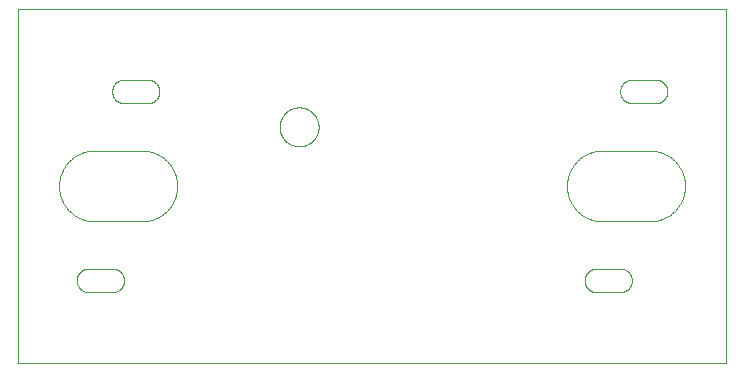
<source format=gbo>
G75*
%MOIN*%
%OFA0B0*%
%FSLAX25Y25*%
%IPPOS*%
%LPD*%
%AMOC8*
5,1,8,0,0,1.08239X$1,22.5*
%
%ADD10C,0.00000*%
D10*
X0003000Y0007759D02*
X0003000Y0125869D01*
X0239220Y0125869D01*
X0239220Y0007759D01*
X0003000Y0007759D01*
X0026622Y0031381D02*
X0034496Y0031381D01*
X0034620Y0031383D01*
X0034743Y0031389D01*
X0034867Y0031398D01*
X0034989Y0031412D01*
X0035112Y0031429D01*
X0035234Y0031451D01*
X0035355Y0031476D01*
X0035475Y0031505D01*
X0035594Y0031537D01*
X0035713Y0031574D01*
X0035830Y0031614D01*
X0035945Y0031657D01*
X0036060Y0031705D01*
X0036172Y0031756D01*
X0036283Y0031810D01*
X0036393Y0031868D01*
X0036500Y0031929D01*
X0036606Y0031994D01*
X0036709Y0032062D01*
X0036810Y0032133D01*
X0036909Y0032207D01*
X0037006Y0032284D01*
X0037100Y0032365D01*
X0037191Y0032448D01*
X0037280Y0032534D01*
X0037366Y0032623D01*
X0037449Y0032714D01*
X0037530Y0032808D01*
X0037607Y0032905D01*
X0037681Y0033004D01*
X0037752Y0033105D01*
X0037820Y0033208D01*
X0037885Y0033314D01*
X0037946Y0033421D01*
X0038004Y0033531D01*
X0038058Y0033642D01*
X0038109Y0033754D01*
X0038157Y0033869D01*
X0038200Y0033984D01*
X0038240Y0034101D01*
X0038277Y0034220D01*
X0038309Y0034339D01*
X0038338Y0034459D01*
X0038363Y0034580D01*
X0038385Y0034702D01*
X0038402Y0034825D01*
X0038416Y0034947D01*
X0038425Y0035071D01*
X0038431Y0035194D01*
X0038433Y0035318D01*
X0038431Y0035442D01*
X0038425Y0035565D01*
X0038416Y0035689D01*
X0038402Y0035811D01*
X0038385Y0035934D01*
X0038363Y0036056D01*
X0038338Y0036177D01*
X0038309Y0036297D01*
X0038277Y0036416D01*
X0038240Y0036535D01*
X0038200Y0036652D01*
X0038157Y0036767D01*
X0038109Y0036882D01*
X0038058Y0036994D01*
X0038004Y0037105D01*
X0037946Y0037215D01*
X0037885Y0037322D01*
X0037820Y0037428D01*
X0037752Y0037531D01*
X0037681Y0037632D01*
X0037607Y0037731D01*
X0037530Y0037828D01*
X0037449Y0037922D01*
X0037366Y0038013D01*
X0037280Y0038102D01*
X0037191Y0038188D01*
X0037100Y0038271D01*
X0037006Y0038352D01*
X0036909Y0038429D01*
X0036810Y0038503D01*
X0036709Y0038574D01*
X0036606Y0038642D01*
X0036500Y0038707D01*
X0036393Y0038768D01*
X0036283Y0038826D01*
X0036172Y0038880D01*
X0036060Y0038931D01*
X0035945Y0038979D01*
X0035830Y0039022D01*
X0035713Y0039062D01*
X0035594Y0039099D01*
X0035475Y0039131D01*
X0035355Y0039160D01*
X0035234Y0039185D01*
X0035112Y0039207D01*
X0034989Y0039224D01*
X0034867Y0039238D01*
X0034743Y0039247D01*
X0034620Y0039253D01*
X0034496Y0039255D01*
X0026622Y0039255D01*
X0026498Y0039253D01*
X0026375Y0039247D01*
X0026251Y0039238D01*
X0026129Y0039224D01*
X0026006Y0039207D01*
X0025884Y0039185D01*
X0025763Y0039160D01*
X0025643Y0039131D01*
X0025524Y0039099D01*
X0025405Y0039062D01*
X0025288Y0039022D01*
X0025173Y0038979D01*
X0025058Y0038931D01*
X0024946Y0038880D01*
X0024835Y0038826D01*
X0024725Y0038768D01*
X0024618Y0038707D01*
X0024512Y0038642D01*
X0024409Y0038574D01*
X0024308Y0038503D01*
X0024209Y0038429D01*
X0024112Y0038352D01*
X0024018Y0038271D01*
X0023927Y0038188D01*
X0023838Y0038102D01*
X0023752Y0038013D01*
X0023669Y0037922D01*
X0023588Y0037828D01*
X0023511Y0037731D01*
X0023437Y0037632D01*
X0023366Y0037531D01*
X0023298Y0037428D01*
X0023233Y0037322D01*
X0023172Y0037215D01*
X0023114Y0037105D01*
X0023060Y0036994D01*
X0023009Y0036882D01*
X0022961Y0036767D01*
X0022918Y0036652D01*
X0022878Y0036535D01*
X0022841Y0036416D01*
X0022809Y0036297D01*
X0022780Y0036177D01*
X0022755Y0036056D01*
X0022733Y0035934D01*
X0022716Y0035811D01*
X0022702Y0035689D01*
X0022693Y0035565D01*
X0022687Y0035442D01*
X0022685Y0035318D01*
X0022687Y0035194D01*
X0022693Y0035071D01*
X0022702Y0034947D01*
X0022716Y0034825D01*
X0022733Y0034702D01*
X0022755Y0034580D01*
X0022780Y0034459D01*
X0022809Y0034339D01*
X0022841Y0034220D01*
X0022878Y0034101D01*
X0022918Y0033984D01*
X0022961Y0033869D01*
X0023009Y0033754D01*
X0023060Y0033642D01*
X0023114Y0033531D01*
X0023172Y0033421D01*
X0023233Y0033314D01*
X0023298Y0033208D01*
X0023366Y0033105D01*
X0023437Y0033004D01*
X0023511Y0032905D01*
X0023588Y0032808D01*
X0023669Y0032714D01*
X0023752Y0032623D01*
X0023838Y0032534D01*
X0023927Y0032448D01*
X0024018Y0032365D01*
X0024112Y0032284D01*
X0024209Y0032207D01*
X0024308Y0032133D01*
X0024409Y0032062D01*
X0024512Y0031994D01*
X0024618Y0031929D01*
X0024725Y0031868D01*
X0024835Y0031810D01*
X0024946Y0031756D01*
X0025058Y0031705D01*
X0025173Y0031657D01*
X0025288Y0031614D01*
X0025405Y0031574D01*
X0025524Y0031537D01*
X0025643Y0031505D01*
X0025763Y0031476D01*
X0025884Y0031451D01*
X0026006Y0031429D01*
X0026129Y0031412D01*
X0026251Y0031398D01*
X0026375Y0031389D01*
X0026498Y0031383D01*
X0026622Y0031381D01*
X0028591Y0055003D02*
X0044339Y0055003D01*
X0044627Y0055007D01*
X0044914Y0055017D01*
X0045201Y0055035D01*
X0045488Y0055059D01*
X0045774Y0055090D01*
X0046059Y0055129D01*
X0046343Y0055174D01*
X0046626Y0055226D01*
X0046907Y0055286D01*
X0047187Y0055352D01*
X0047465Y0055424D01*
X0047742Y0055504D01*
X0048016Y0055590D01*
X0048288Y0055683D01*
X0048558Y0055782D01*
X0048826Y0055888D01*
X0049090Y0056001D01*
X0049352Y0056120D01*
X0049611Y0056245D01*
X0049867Y0056377D01*
X0050120Y0056514D01*
X0050369Y0056658D01*
X0050614Y0056808D01*
X0050856Y0056964D01*
X0051094Y0057125D01*
X0051328Y0057293D01*
X0051558Y0057466D01*
X0051783Y0057644D01*
X0052004Y0057828D01*
X0052221Y0058017D01*
X0052433Y0058212D01*
X0052640Y0058412D01*
X0052842Y0058616D01*
X0053039Y0058826D01*
X0053231Y0059040D01*
X0053417Y0059259D01*
X0053599Y0059482D01*
X0053775Y0059710D01*
X0053945Y0059942D01*
X0054109Y0060178D01*
X0054268Y0060417D01*
X0054421Y0060661D01*
X0054568Y0060909D01*
X0054708Y0061159D01*
X0054843Y0061414D01*
X0054971Y0061671D01*
X0055093Y0061931D01*
X0055209Y0062195D01*
X0055318Y0062461D01*
X0055421Y0062729D01*
X0055517Y0063000D01*
X0055607Y0063274D01*
X0055690Y0063549D01*
X0055766Y0063827D01*
X0055835Y0064106D01*
X0055898Y0064386D01*
X0055954Y0064669D01*
X0056002Y0064952D01*
X0056044Y0065237D01*
X0056079Y0065522D01*
X0056107Y0065808D01*
X0056128Y0066095D01*
X0056142Y0066383D01*
X0056149Y0066670D01*
X0056149Y0066958D01*
X0056142Y0067245D01*
X0056128Y0067533D01*
X0056107Y0067820D01*
X0056079Y0068106D01*
X0056044Y0068391D01*
X0056002Y0068676D01*
X0055954Y0068959D01*
X0055898Y0069242D01*
X0055835Y0069522D01*
X0055766Y0069801D01*
X0055690Y0070079D01*
X0055607Y0070354D01*
X0055517Y0070628D01*
X0055421Y0070899D01*
X0055318Y0071167D01*
X0055209Y0071433D01*
X0055093Y0071697D01*
X0054971Y0071957D01*
X0054843Y0072214D01*
X0054708Y0072469D01*
X0054568Y0072720D01*
X0054421Y0072967D01*
X0054268Y0073211D01*
X0054109Y0073450D01*
X0053945Y0073686D01*
X0053775Y0073918D01*
X0053599Y0074146D01*
X0053417Y0074369D01*
X0053231Y0074588D01*
X0053039Y0074802D01*
X0052842Y0075012D01*
X0052640Y0075216D01*
X0052433Y0075416D01*
X0052221Y0075611D01*
X0052004Y0075800D01*
X0051783Y0075984D01*
X0051558Y0076162D01*
X0051328Y0076335D01*
X0051094Y0076503D01*
X0050856Y0076664D01*
X0050614Y0076820D01*
X0050369Y0076970D01*
X0050120Y0077114D01*
X0049867Y0077251D01*
X0049611Y0077383D01*
X0049352Y0077508D01*
X0049090Y0077627D01*
X0048826Y0077740D01*
X0048558Y0077846D01*
X0048288Y0077945D01*
X0048016Y0078038D01*
X0047742Y0078124D01*
X0047465Y0078204D01*
X0047187Y0078276D01*
X0046907Y0078342D01*
X0046626Y0078402D01*
X0046343Y0078454D01*
X0046059Y0078499D01*
X0045774Y0078538D01*
X0045488Y0078569D01*
X0045201Y0078593D01*
X0044914Y0078611D01*
X0044627Y0078621D01*
X0044339Y0078625D01*
X0028591Y0078625D01*
X0028303Y0078621D01*
X0028016Y0078611D01*
X0027729Y0078593D01*
X0027442Y0078569D01*
X0027156Y0078538D01*
X0026871Y0078499D01*
X0026587Y0078454D01*
X0026304Y0078402D01*
X0026023Y0078342D01*
X0025743Y0078276D01*
X0025465Y0078204D01*
X0025188Y0078124D01*
X0024914Y0078038D01*
X0024642Y0077945D01*
X0024372Y0077846D01*
X0024104Y0077740D01*
X0023840Y0077627D01*
X0023578Y0077508D01*
X0023319Y0077383D01*
X0023063Y0077251D01*
X0022810Y0077114D01*
X0022561Y0076970D01*
X0022316Y0076820D01*
X0022074Y0076664D01*
X0021836Y0076503D01*
X0021602Y0076335D01*
X0021372Y0076162D01*
X0021147Y0075984D01*
X0020926Y0075800D01*
X0020709Y0075611D01*
X0020497Y0075416D01*
X0020290Y0075216D01*
X0020088Y0075012D01*
X0019891Y0074802D01*
X0019699Y0074588D01*
X0019513Y0074369D01*
X0019331Y0074146D01*
X0019155Y0073918D01*
X0018985Y0073686D01*
X0018821Y0073450D01*
X0018662Y0073211D01*
X0018509Y0072967D01*
X0018362Y0072719D01*
X0018222Y0072469D01*
X0018087Y0072214D01*
X0017959Y0071957D01*
X0017837Y0071697D01*
X0017721Y0071433D01*
X0017612Y0071167D01*
X0017509Y0070899D01*
X0017413Y0070628D01*
X0017323Y0070354D01*
X0017240Y0070079D01*
X0017164Y0069801D01*
X0017095Y0069522D01*
X0017032Y0069242D01*
X0016976Y0068959D01*
X0016928Y0068676D01*
X0016886Y0068391D01*
X0016851Y0068106D01*
X0016823Y0067820D01*
X0016802Y0067533D01*
X0016788Y0067245D01*
X0016781Y0066958D01*
X0016781Y0066670D01*
X0016788Y0066383D01*
X0016802Y0066095D01*
X0016823Y0065808D01*
X0016851Y0065522D01*
X0016886Y0065237D01*
X0016928Y0064952D01*
X0016976Y0064669D01*
X0017032Y0064386D01*
X0017095Y0064106D01*
X0017164Y0063827D01*
X0017240Y0063549D01*
X0017323Y0063274D01*
X0017413Y0063000D01*
X0017509Y0062729D01*
X0017612Y0062461D01*
X0017721Y0062195D01*
X0017837Y0061931D01*
X0017959Y0061671D01*
X0018087Y0061414D01*
X0018222Y0061159D01*
X0018362Y0060908D01*
X0018509Y0060661D01*
X0018662Y0060417D01*
X0018821Y0060178D01*
X0018985Y0059942D01*
X0019155Y0059710D01*
X0019331Y0059482D01*
X0019513Y0059259D01*
X0019699Y0059040D01*
X0019891Y0058826D01*
X0020088Y0058616D01*
X0020290Y0058412D01*
X0020497Y0058212D01*
X0020709Y0058017D01*
X0020926Y0057828D01*
X0021147Y0057644D01*
X0021372Y0057466D01*
X0021602Y0057293D01*
X0021836Y0057125D01*
X0022074Y0056964D01*
X0022316Y0056808D01*
X0022561Y0056658D01*
X0022810Y0056514D01*
X0023063Y0056377D01*
X0023319Y0056245D01*
X0023578Y0056120D01*
X0023840Y0056001D01*
X0024104Y0055888D01*
X0024372Y0055782D01*
X0024642Y0055683D01*
X0024914Y0055590D01*
X0025188Y0055504D01*
X0025465Y0055424D01*
X0025743Y0055352D01*
X0026023Y0055286D01*
X0026304Y0055226D01*
X0026587Y0055174D01*
X0026871Y0055129D01*
X0027156Y0055090D01*
X0027442Y0055059D01*
X0027729Y0055035D01*
X0028016Y0055017D01*
X0028303Y0055007D01*
X0028591Y0055003D01*
X0038433Y0094373D02*
X0046307Y0094373D01*
X0046431Y0094375D01*
X0046554Y0094381D01*
X0046678Y0094390D01*
X0046800Y0094404D01*
X0046923Y0094421D01*
X0047045Y0094443D01*
X0047166Y0094468D01*
X0047286Y0094497D01*
X0047405Y0094529D01*
X0047524Y0094566D01*
X0047641Y0094606D01*
X0047756Y0094649D01*
X0047871Y0094697D01*
X0047983Y0094748D01*
X0048094Y0094802D01*
X0048204Y0094860D01*
X0048311Y0094921D01*
X0048417Y0094986D01*
X0048520Y0095054D01*
X0048621Y0095125D01*
X0048720Y0095199D01*
X0048817Y0095276D01*
X0048911Y0095357D01*
X0049002Y0095440D01*
X0049091Y0095526D01*
X0049177Y0095615D01*
X0049260Y0095706D01*
X0049341Y0095800D01*
X0049418Y0095897D01*
X0049492Y0095996D01*
X0049563Y0096097D01*
X0049631Y0096200D01*
X0049696Y0096306D01*
X0049757Y0096413D01*
X0049815Y0096523D01*
X0049869Y0096634D01*
X0049920Y0096746D01*
X0049968Y0096861D01*
X0050011Y0096976D01*
X0050051Y0097093D01*
X0050088Y0097212D01*
X0050120Y0097331D01*
X0050149Y0097451D01*
X0050174Y0097572D01*
X0050196Y0097694D01*
X0050213Y0097817D01*
X0050227Y0097939D01*
X0050236Y0098063D01*
X0050242Y0098186D01*
X0050244Y0098310D01*
X0050242Y0098434D01*
X0050236Y0098557D01*
X0050227Y0098681D01*
X0050213Y0098803D01*
X0050196Y0098926D01*
X0050174Y0099048D01*
X0050149Y0099169D01*
X0050120Y0099289D01*
X0050088Y0099408D01*
X0050051Y0099527D01*
X0050011Y0099644D01*
X0049968Y0099759D01*
X0049920Y0099874D01*
X0049869Y0099986D01*
X0049815Y0100097D01*
X0049757Y0100207D01*
X0049696Y0100314D01*
X0049631Y0100420D01*
X0049563Y0100523D01*
X0049492Y0100624D01*
X0049418Y0100723D01*
X0049341Y0100820D01*
X0049260Y0100914D01*
X0049177Y0101005D01*
X0049091Y0101094D01*
X0049002Y0101180D01*
X0048911Y0101263D01*
X0048817Y0101344D01*
X0048720Y0101421D01*
X0048621Y0101495D01*
X0048520Y0101566D01*
X0048417Y0101634D01*
X0048311Y0101699D01*
X0048204Y0101760D01*
X0048094Y0101818D01*
X0047983Y0101872D01*
X0047871Y0101923D01*
X0047756Y0101971D01*
X0047641Y0102014D01*
X0047524Y0102054D01*
X0047405Y0102091D01*
X0047286Y0102123D01*
X0047166Y0102152D01*
X0047045Y0102177D01*
X0046923Y0102199D01*
X0046800Y0102216D01*
X0046678Y0102230D01*
X0046554Y0102239D01*
X0046431Y0102245D01*
X0046307Y0102247D01*
X0038433Y0102247D01*
X0038309Y0102245D01*
X0038186Y0102239D01*
X0038062Y0102230D01*
X0037940Y0102216D01*
X0037817Y0102199D01*
X0037695Y0102177D01*
X0037574Y0102152D01*
X0037454Y0102123D01*
X0037335Y0102091D01*
X0037216Y0102054D01*
X0037099Y0102014D01*
X0036984Y0101971D01*
X0036869Y0101923D01*
X0036757Y0101872D01*
X0036646Y0101818D01*
X0036536Y0101760D01*
X0036429Y0101699D01*
X0036323Y0101634D01*
X0036220Y0101566D01*
X0036119Y0101495D01*
X0036020Y0101421D01*
X0035923Y0101344D01*
X0035829Y0101263D01*
X0035738Y0101180D01*
X0035649Y0101094D01*
X0035563Y0101005D01*
X0035480Y0100914D01*
X0035399Y0100820D01*
X0035322Y0100723D01*
X0035248Y0100624D01*
X0035177Y0100523D01*
X0035109Y0100420D01*
X0035044Y0100314D01*
X0034983Y0100207D01*
X0034925Y0100097D01*
X0034871Y0099986D01*
X0034820Y0099874D01*
X0034772Y0099759D01*
X0034729Y0099644D01*
X0034689Y0099527D01*
X0034652Y0099408D01*
X0034620Y0099289D01*
X0034591Y0099169D01*
X0034566Y0099048D01*
X0034544Y0098926D01*
X0034527Y0098803D01*
X0034513Y0098681D01*
X0034504Y0098557D01*
X0034498Y0098434D01*
X0034496Y0098310D01*
X0034498Y0098186D01*
X0034504Y0098063D01*
X0034513Y0097939D01*
X0034527Y0097817D01*
X0034544Y0097694D01*
X0034566Y0097572D01*
X0034591Y0097451D01*
X0034620Y0097331D01*
X0034652Y0097212D01*
X0034689Y0097093D01*
X0034729Y0096976D01*
X0034772Y0096861D01*
X0034820Y0096746D01*
X0034871Y0096634D01*
X0034925Y0096523D01*
X0034983Y0096413D01*
X0035044Y0096306D01*
X0035109Y0096200D01*
X0035177Y0096097D01*
X0035248Y0095996D01*
X0035322Y0095897D01*
X0035399Y0095800D01*
X0035480Y0095706D01*
X0035563Y0095615D01*
X0035649Y0095526D01*
X0035738Y0095440D01*
X0035829Y0095357D01*
X0035923Y0095276D01*
X0036020Y0095199D01*
X0036119Y0095125D01*
X0036220Y0095054D01*
X0036323Y0094986D01*
X0036429Y0094921D01*
X0036536Y0094860D01*
X0036646Y0094802D01*
X0036757Y0094748D01*
X0036869Y0094697D01*
X0036984Y0094649D01*
X0037099Y0094606D01*
X0037216Y0094566D01*
X0037335Y0094529D01*
X0037454Y0094497D01*
X0037574Y0094468D01*
X0037695Y0094443D01*
X0037817Y0094421D01*
X0037940Y0094404D01*
X0038062Y0094390D01*
X0038186Y0094381D01*
X0038309Y0094375D01*
X0038433Y0094373D01*
X0090295Y0086499D02*
X0090297Y0086660D01*
X0090303Y0086820D01*
X0090313Y0086981D01*
X0090327Y0087141D01*
X0090345Y0087301D01*
X0090366Y0087460D01*
X0090392Y0087619D01*
X0090422Y0087777D01*
X0090455Y0087934D01*
X0090493Y0088091D01*
X0090534Y0088246D01*
X0090579Y0088400D01*
X0090628Y0088553D01*
X0090681Y0088705D01*
X0090737Y0088856D01*
X0090798Y0089005D01*
X0090861Y0089153D01*
X0090929Y0089299D01*
X0091000Y0089443D01*
X0091074Y0089585D01*
X0091152Y0089726D01*
X0091234Y0089864D01*
X0091319Y0090001D01*
X0091407Y0090135D01*
X0091499Y0090267D01*
X0091594Y0090397D01*
X0091692Y0090525D01*
X0091793Y0090650D01*
X0091897Y0090772D01*
X0092004Y0090892D01*
X0092114Y0091009D01*
X0092227Y0091124D01*
X0092343Y0091235D01*
X0092462Y0091344D01*
X0092583Y0091449D01*
X0092707Y0091552D01*
X0092833Y0091652D01*
X0092961Y0091748D01*
X0093092Y0091841D01*
X0093226Y0091931D01*
X0093361Y0092018D01*
X0093499Y0092101D01*
X0093638Y0092181D01*
X0093780Y0092257D01*
X0093923Y0092330D01*
X0094068Y0092399D01*
X0094215Y0092465D01*
X0094363Y0092527D01*
X0094513Y0092585D01*
X0094664Y0092640D01*
X0094817Y0092691D01*
X0094971Y0092738D01*
X0095126Y0092781D01*
X0095282Y0092820D01*
X0095438Y0092856D01*
X0095596Y0092887D01*
X0095754Y0092915D01*
X0095913Y0092939D01*
X0096073Y0092959D01*
X0096233Y0092975D01*
X0096393Y0092987D01*
X0096554Y0092995D01*
X0096715Y0092999D01*
X0096875Y0092999D01*
X0097036Y0092995D01*
X0097197Y0092987D01*
X0097357Y0092975D01*
X0097517Y0092959D01*
X0097677Y0092939D01*
X0097836Y0092915D01*
X0097994Y0092887D01*
X0098152Y0092856D01*
X0098308Y0092820D01*
X0098464Y0092781D01*
X0098619Y0092738D01*
X0098773Y0092691D01*
X0098926Y0092640D01*
X0099077Y0092585D01*
X0099227Y0092527D01*
X0099375Y0092465D01*
X0099522Y0092399D01*
X0099667Y0092330D01*
X0099810Y0092257D01*
X0099952Y0092181D01*
X0100091Y0092101D01*
X0100229Y0092018D01*
X0100364Y0091931D01*
X0100498Y0091841D01*
X0100629Y0091748D01*
X0100757Y0091652D01*
X0100883Y0091552D01*
X0101007Y0091449D01*
X0101128Y0091344D01*
X0101247Y0091235D01*
X0101363Y0091124D01*
X0101476Y0091009D01*
X0101586Y0090892D01*
X0101693Y0090772D01*
X0101797Y0090650D01*
X0101898Y0090525D01*
X0101996Y0090397D01*
X0102091Y0090267D01*
X0102183Y0090135D01*
X0102271Y0090001D01*
X0102356Y0089864D01*
X0102438Y0089726D01*
X0102516Y0089585D01*
X0102590Y0089443D01*
X0102661Y0089299D01*
X0102729Y0089153D01*
X0102792Y0089005D01*
X0102853Y0088856D01*
X0102909Y0088705D01*
X0102962Y0088553D01*
X0103011Y0088400D01*
X0103056Y0088246D01*
X0103097Y0088091D01*
X0103135Y0087934D01*
X0103168Y0087777D01*
X0103198Y0087619D01*
X0103224Y0087460D01*
X0103245Y0087301D01*
X0103263Y0087141D01*
X0103277Y0086981D01*
X0103287Y0086820D01*
X0103293Y0086660D01*
X0103295Y0086499D01*
X0103293Y0086338D01*
X0103287Y0086178D01*
X0103277Y0086017D01*
X0103263Y0085857D01*
X0103245Y0085697D01*
X0103224Y0085538D01*
X0103198Y0085379D01*
X0103168Y0085221D01*
X0103135Y0085064D01*
X0103097Y0084907D01*
X0103056Y0084752D01*
X0103011Y0084598D01*
X0102962Y0084445D01*
X0102909Y0084293D01*
X0102853Y0084142D01*
X0102792Y0083993D01*
X0102729Y0083845D01*
X0102661Y0083699D01*
X0102590Y0083555D01*
X0102516Y0083413D01*
X0102438Y0083272D01*
X0102356Y0083134D01*
X0102271Y0082997D01*
X0102183Y0082863D01*
X0102091Y0082731D01*
X0101996Y0082601D01*
X0101898Y0082473D01*
X0101797Y0082348D01*
X0101693Y0082226D01*
X0101586Y0082106D01*
X0101476Y0081989D01*
X0101363Y0081874D01*
X0101247Y0081763D01*
X0101128Y0081654D01*
X0101007Y0081549D01*
X0100883Y0081446D01*
X0100757Y0081346D01*
X0100629Y0081250D01*
X0100498Y0081157D01*
X0100364Y0081067D01*
X0100229Y0080980D01*
X0100091Y0080897D01*
X0099952Y0080817D01*
X0099810Y0080741D01*
X0099667Y0080668D01*
X0099522Y0080599D01*
X0099375Y0080533D01*
X0099227Y0080471D01*
X0099077Y0080413D01*
X0098926Y0080358D01*
X0098773Y0080307D01*
X0098619Y0080260D01*
X0098464Y0080217D01*
X0098308Y0080178D01*
X0098152Y0080142D01*
X0097994Y0080111D01*
X0097836Y0080083D01*
X0097677Y0080059D01*
X0097517Y0080039D01*
X0097357Y0080023D01*
X0097197Y0080011D01*
X0097036Y0080003D01*
X0096875Y0079999D01*
X0096715Y0079999D01*
X0096554Y0080003D01*
X0096393Y0080011D01*
X0096233Y0080023D01*
X0096073Y0080039D01*
X0095913Y0080059D01*
X0095754Y0080083D01*
X0095596Y0080111D01*
X0095438Y0080142D01*
X0095282Y0080178D01*
X0095126Y0080217D01*
X0094971Y0080260D01*
X0094817Y0080307D01*
X0094664Y0080358D01*
X0094513Y0080413D01*
X0094363Y0080471D01*
X0094215Y0080533D01*
X0094068Y0080599D01*
X0093923Y0080668D01*
X0093780Y0080741D01*
X0093638Y0080817D01*
X0093499Y0080897D01*
X0093361Y0080980D01*
X0093226Y0081067D01*
X0093092Y0081157D01*
X0092961Y0081250D01*
X0092833Y0081346D01*
X0092707Y0081446D01*
X0092583Y0081549D01*
X0092462Y0081654D01*
X0092343Y0081763D01*
X0092227Y0081874D01*
X0092114Y0081989D01*
X0092004Y0082106D01*
X0091897Y0082226D01*
X0091793Y0082348D01*
X0091692Y0082473D01*
X0091594Y0082601D01*
X0091499Y0082731D01*
X0091407Y0082863D01*
X0091319Y0082997D01*
X0091234Y0083134D01*
X0091152Y0083272D01*
X0091074Y0083413D01*
X0091000Y0083555D01*
X0090929Y0083699D01*
X0090861Y0083845D01*
X0090798Y0083993D01*
X0090737Y0084142D01*
X0090681Y0084293D01*
X0090628Y0084445D01*
X0090579Y0084598D01*
X0090534Y0084752D01*
X0090493Y0084907D01*
X0090455Y0085064D01*
X0090422Y0085221D01*
X0090392Y0085379D01*
X0090366Y0085538D01*
X0090345Y0085697D01*
X0090327Y0085857D01*
X0090313Y0086017D01*
X0090303Y0086178D01*
X0090297Y0086338D01*
X0090295Y0086499D01*
X0195913Y0039255D02*
X0203787Y0039255D01*
X0203911Y0039253D01*
X0204034Y0039247D01*
X0204158Y0039238D01*
X0204280Y0039224D01*
X0204403Y0039207D01*
X0204525Y0039185D01*
X0204646Y0039160D01*
X0204766Y0039131D01*
X0204885Y0039099D01*
X0205004Y0039062D01*
X0205121Y0039022D01*
X0205236Y0038979D01*
X0205351Y0038931D01*
X0205463Y0038880D01*
X0205574Y0038826D01*
X0205684Y0038768D01*
X0205791Y0038707D01*
X0205897Y0038642D01*
X0206000Y0038574D01*
X0206101Y0038503D01*
X0206200Y0038429D01*
X0206297Y0038352D01*
X0206391Y0038271D01*
X0206482Y0038188D01*
X0206571Y0038102D01*
X0206657Y0038013D01*
X0206740Y0037922D01*
X0206821Y0037828D01*
X0206898Y0037731D01*
X0206972Y0037632D01*
X0207043Y0037531D01*
X0207111Y0037428D01*
X0207176Y0037322D01*
X0207237Y0037215D01*
X0207295Y0037105D01*
X0207349Y0036994D01*
X0207400Y0036882D01*
X0207448Y0036767D01*
X0207491Y0036652D01*
X0207531Y0036535D01*
X0207568Y0036416D01*
X0207600Y0036297D01*
X0207629Y0036177D01*
X0207654Y0036056D01*
X0207676Y0035934D01*
X0207693Y0035811D01*
X0207707Y0035689D01*
X0207716Y0035565D01*
X0207722Y0035442D01*
X0207724Y0035318D01*
X0207722Y0035194D01*
X0207716Y0035071D01*
X0207707Y0034947D01*
X0207693Y0034825D01*
X0207676Y0034702D01*
X0207654Y0034580D01*
X0207629Y0034459D01*
X0207600Y0034339D01*
X0207568Y0034220D01*
X0207531Y0034101D01*
X0207491Y0033984D01*
X0207448Y0033869D01*
X0207400Y0033754D01*
X0207349Y0033642D01*
X0207295Y0033531D01*
X0207237Y0033421D01*
X0207176Y0033314D01*
X0207111Y0033208D01*
X0207043Y0033105D01*
X0206972Y0033004D01*
X0206898Y0032905D01*
X0206821Y0032808D01*
X0206740Y0032714D01*
X0206657Y0032623D01*
X0206571Y0032534D01*
X0206482Y0032448D01*
X0206391Y0032365D01*
X0206297Y0032284D01*
X0206200Y0032207D01*
X0206101Y0032133D01*
X0206000Y0032062D01*
X0205897Y0031994D01*
X0205791Y0031929D01*
X0205684Y0031868D01*
X0205574Y0031810D01*
X0205463Y0031756D01*
X0205351Y0031705D01*
X0205236Y0031657D01*
X0205121Y0031614D01*
X0205004Y0031574D01*
X0204885Y0031537D01*
X0204766Y0031505D01*
X0204646Y0031476D01*
X0204525Y0031451D01*
X0204403Y0031429D01*
X0204280Y0031412D01*
X0204158Y0031398D01*
X0204034Y0031389D01*
X0203911Y0031383D01*
X0203787Y0031381D01*
X0195913Y0031381D01*
X0195789Y0031383D01*
X0195666Y0031389D01*
X0195542Y0031398D01*
X0195420Y0031412D01*
X0195297Y0031429D01*
X0195175Y0031451D01*
X0195054Y0031476D01*
X0194934Y0031505D01*
X0194815Y0031537D01*
X0194696Y0031574D01*
X0194579Y0031614D01*
X0194464Y0031657D01*
X0194349Y0031705D01*
X0194237Y0031756D01*
X0194126Y0031810D01*
X0194016Y0031868D01*
X0193909Y0031929D01*
X0193803Y0031994D01*
X0193700Y0032062D01*
X0193599Y0032133D01*
X0193500Y0032207D01*
X0193403Y0032284D01*
X0193309Y0032365D01*
X0193218Y0032448D01*
X0193129Y0032534D01*
X0193043Y0032623D01*
X0192960Y0032714D01*
X0192879Y0032808D01*
X0192802Y0032905D01*
X0192728Y0033004D01*
X0192657Y0033105D01*
X0192589Y0033208D01*
X0192524Y0033314D01*
X0192463Y0033421D01*
X0192405Y0033531D01*
X0192351Y0033642D01*
X0192300Y0033754D01*
X0192252Y0033869D01*
X0192209Y0033984D01*
X0192169Y0034101D01*
X0192132Y0034220D01*
X0192100Y0034339D01*
X0192071Y0034459D01*
X0192046Y0034580D01*
X0192024Y0034702D01*
X0192007Y0034825D01*
X0191993Y0034947D01*
X0191984Y0035071D01*
X0191978Y0035194D01*
X0191976Y0035318D01*
X0191978Y0035442D01*
X0191984Y0035565D01*
X0191993Y0035689D01*
X0192007Y0035811D01*
X0192024Y0035934D01*
X0192046Y0036056D01*
X0192071Y0036177D01*
X0192100Y0036297D01*
X0192132Y0036416D01*
X0192169Y0036535D01*
X0192209Y0036652D01*
X0192252Y0036767D01*
X0192300Y0036882D01*
X0192351Y0036994D01*
X0192405Y0037105D01*
X0192463Y0037215D01*
X0192524Y0037322D01*
X0192589Y0037428D01*
X0192657Y0037531D01*
X0192728Y0037632D01*
X0192802Y0037731D01*
X0192879Y0037828D01*
X0192960Y0037922D01*
X0193043Y0038013D01*
X0193129Y0038102D01*
X0193218Y0038188D01*
X0193309Y0038271D01*
X0193403Y0038352D01*
X0193500Y0038429D01*
X0193599Y0038503D01*
X0193700Y0038574D01*
X0193803Y0038642D01*
X0193909Y0038707D01*
X0194016Y0038768D01*
X0194126Y0038826D01*
X0194237Y0038880D01*
X0194349Y0038931D01*
X0194464Y0038979D01*
X0194579Y0039022D01*
X0194696Y0039062D01*
X0194815Y0039099D01*
X0194934Y0039131D01*
X0195054Y0039160D01*
X0195175Y0039185D01*
X0195297Y0039207D01*
X0195420Y0039224D01*
X0195542Y0039238D01*
X0195666Y0039247D01*
X0195789Y0039253D01*
X0195913Y0039255D01*
X0197882Y0055003D02*
X0213630Y0055003D01*
X0213918Y0055007D01*
X0214205Y0055017D01*
X0214492Y0055035D01*
X0214779Y0055059D01*
X0215065Y0055090D01*
X0215350Y0055129D01*
X0215634Y0055174D01*
X0215917Y0055226D01*
X0216198Y0055286D01*
X0216478Y0055352D01*
X0216756Y0055424D01*
X0217033Y0055504D01*
X0217307Y0055590D01*
X0217579Y0055683D01*
X0217849Y0055782D01*
X0218117Y0055888D01*
X0218381Y0056001D01*
X0218643Y0056120D01*
X0218902Y0056245D01*
X0219158Y0056377D01*
X0219411Y0056514D01*
X0219660Y0056658D01*
X0219905Y0056808D01*
X0220147Y0056964D01*
X0220385Y0057125D01*
X0220619Y0057293D01*
X0220849Y0057466D01*
X0221074Y0057644D01*
X0221295Y0057828D01*
X0221512Y0058017D01*
X0221724Y0058212D01*
X0221931Y0058412D01*
X0222133Y0058616D01*
X0222330Y0058826D01*
X0222522Y0059040D01*
X0222708Y0059259D01*
X0222890Y0059482D01*
X0223066Y0059710D01*
X0223236Y0059942D01*
X0223400Y0060178D01*
X0223559Y0060417D01*
X0223712Y0060661D01*
X0223859Y0060909D01*
X0223999Y0061159D01*
X0224134Y0061414D01*
X0224262Y0061671D01*
X0224384Y0061931D01*
X0224500Y0062195D01*
X0224609Y0062461D01*
X0224712Y0062729D01*
X0224808Y0063000D01*
X0224898Y0063274D01*
X0224981Y0063549D01*
X0225057Y0063827D01*
X0225126Y0064106D01*
X0225189Y0064386D01*
X0225245Y0064669D01*
X0225293Y0064952D01*
X0225335Y0065237D01*
X0225370Y0065522D01*
X0225398Y0065808D01*
X0225419Y0066095D01*
X0225433Y0066383D01*
X0225440Y0066670D01*
X0225440Y0066958D01*
X0225433Y0067245D01*
X0225419Y0067533D01*
X0225398Y0067820D01*
X0225370Y0068106D01*
X0225335Y0068391D01*
X0225293Y0068676D01*
X0225245Y0068959D01*
X0225189Y0069242D01*
X0225126Y0069522D01*
X0225057Y0069801D01*
X0224981Y0070079D01*
X0224898Y0070354D01*
X0224808Y0070628D01*
X0224712Y0070899D01*
X0224609Y0071167D01*
X0224500Y0071433D01*
X0224384Y0071697D01*
X0224262Y0071957D01*
X0224134Y0072214D01*
X0223999Y0072469D01*
X0223859Y0072720D01*
X0223712Y0072967D01*
X0223559Y0073211D01*
X0223400Y0073450D01*
X0223236Y0073686D01*
X0223066Y0073918D01*
X0222890Y0074146D01*
X0222708Y0074369D01*
X0222522Y0074588D01*
X0222330Y0074802D01*
X0222133Y0075012D01*
X0221931Y0075216D01*
X0221724Y0075416D01*
X0221512Y0075611D01*
X0221295Y0075800D01*
X0221074Y0075984D01*
X0220849Y0076162D01*
X0220619Y0076335D01*
X0220385Y0076503D01*
X0220147Y0076664D01*
X0219905Y0076820D01*
X0219660Y0076970D01*
X0219411Y0077114D01*
X0219158Y0077251D01*
X0218902Y0077383D01*
X0218643Y0077508D01*
X0218381Y0077627D01*
X0218117Y0077740D01*
X0217849Y0077846D01*
X0217579Y0077945D01*
X0217307Y0078038D01*
X0217033Y0078124D01*
X0216756Y0078204D01*
X0216478Y0078276D01*
X0216198Y0078342D01*
X0215917Y0078402D01*
X0215634Y0078454D01*
X0215350Y0078499D01*
X0215065Y0078538D01*
X0214779Y0078569D01*
X0214492Y0078593D01*
X0214205Y0078611D01*
X0213918Y0078621D01*
X0213630Y0078625D01*
X0197882Y0078625D01*
X0197594Y0078621D01*
X0197307Y0078611D01*
X0197020Y0078593D01*
X0196733Y0078569D01*
X0196447Y0078538D01*
X0196162Y0078499D01*
X0195878Y0078454D01*
X0195595Y0078402D01*
X0195314Y0078342D01*
X0195034Y0078276D01*
X0194756Y0078204D01*
X0194479Y0078124D01*
X0194205Y0078038D01*
X0193933Y0077945D01*
X0193663Y0077846D01*
X0193395Y0077740D01*
X0193131Y0077627D01*
X0192869Y0077508D01*
X0192610Y0077383D01*
X0192354Y0077251D01*
X0192101Y0077114D01*
X0191852Y0076970D01*
X0191607Y0076820D01*
X0191365Y0076664D01*
X0191127Y0076503D01*
X0190893Y0076335D01*
X0190663Y0076162D01*
X0190438Y0075984D01*
X0190217Y0075800D01*
X0190000Y0075611D01*
X0189788Y0075416D01*
X0189581Y0075216D01*
X0189379Y0075012D01*
X0189182Y0074802D01*
X0188990Y0074588D01*
X0188804Y0074369D01*
X0188622Y0074146D01*
X0188446Y0073918D01*
X0188276Y0073686D01*
X0188112Y0073450D01*
X0187953Y0073211D01*
X0187800Y0072967D01*
X0187653Y0072719D01*
X0187513Y0072469D01*
X0187378Y0072214D01*
X0187250Y0071957D01*
X0187128Y0071697D01*
X0187012Y0071433D01*
X0186903Y0071167D01*
X0186800Y0070899D01*
X0186704Y0070628D01*
X0186614Y0070354D01*
X0186531Y0070079D01*
X0186455Y0069801D01*
X0186386Y0069522D01*
X0186323Y0069242D01*
X0186267Y0068959D01*
X0186219Y0068676D01*
X0186177Y0068391D01*
X0186142Y0068106D01*
X0186114Y0067820D01*
X0186093Y0067533D01*
X0186079Y0067245D01*
X0186072Y0066958D01*
X0186072Y0066670D01*
X0186079Y0066383D01*
X0186093Y0066095D01*
X0186114Y0065808D01*
X0186142Y0065522D01*
X0186177Y0065237D01*
X0186219Y0064952D01*
X0186267Y0064669D01*
X0186323Y0064386D01*
X0186386Y0064106D01*
X0186455Y0063827D01*
X0186531Y0063549D01*
X0186614Y0063274D01*
X0186704Y0063000D01*
X0186800Y0062729D01*
X0186903Y0062461D01*
X0187012Y0062195D01*
X0187128Y0061931D01*
X0187250Y0061671D01*
X0187378Y0061414D01*
X0187513Y0061159D01*
X0187653Y0060908D01*
X0187800Y0060661D01*
X0187953Y0060417D01*
X0188112Y0060178D01*
X0188276Y0059942D01*
X0188446Y0059710D01*
X0188622Y0059482D01*
X0188804Y0059259D01*
X0188990Y0059040D01*
X0189182Y0058826D01*
X0189379Y0058616D01*
X0189581Y0058412D01*
X0189788Y0058212D01*
X0190000Y0058017D01*
X0190217Y0057828D01*
X0190438Y0057644D01*
X0190663Y0057466D01*
X0190893Y0057293D01*
X0191127Y0057125D01*
X0191365Y0056964D01*
X0191607Y0056808D01*
X0191852Y0056658D01*
X0192101Y0056514D01*
X0192354Y0056377D01*
X0192610Y0056245D01*
X0192869Y0056120D01*
X0193131Y0056001D01*
X0193395Y0055888D01*
X0193663Y0055782D01*
X0193933Y0055683D01*
X0194205Y0055590D01*
X0194479Y0055504D01*
X0194756Y0055424D01*
X0195034Y0055352D01*
X0195314Y0055286D01*
X0195595Y0055226D01*
X0195878Y0055174D01*
X0196162Y0055129D01*
X0196447Y0055090D01*
X0196733Y0055059D01*
X0197020Y0055035D01*
X0197307Y0055017D01*
X0197594Y0055007D01*
X0197882Y0055003D01*
X0207724Y0094373D02*
X0215598Y0094373D01*
X0215722Y0094375D01*
X0215845Y0094381D01*
X0215969Y0094390D01*
X0216091Y0094404D01*
X0216214Y0094421D01*
X0216336Y0094443D01*
X0216457Y0094468D01*
X0216577Y0094497D01*
X0216696Y0094529D01*
X0216815Y0094566D01*
X0216932Y0094606D01*
X0217047Y0094649D01*
X0217162Y0094697D01*
X0217274Y0094748D01*
X0217385Y0094802D01*
X0217495Y0094860D01*
X0217602Y0094921D01*
X0217708Y0094986D01*
X0217811Y0095054D01*
X0217912Y0095125D01*
X0218011Y0095199D01*
X0218108Y0095276D01*
X0218202Y0095357D01*
X0218293Y0095440D01*
X0218382Y0095526D01*
X0218468Y0095615D01*
X0218551Y0095706D01*
X0218632Y0095800D01*
X0218709Y0095897D01*
X0218783Y0095996D01*
X0218854Y0096097D01*
X0218922Y0096200D01*
X0218987Y0096306D01*
X0219048Y0096413D01*
X0219106Y0096523D01*
X0219160Y0096634D01*
X0219211Y0096746D01*
X0219259Y0096861D01*
X0219302Y0096976D01*
X0219342Y0097093D01*
X0219379Y0097212D01*
X0219411Y0097331D01*
X0219440Y0097451D01*
X0219465Y0097572D01*
X0219487Y0097694D01*
X0219504Y0097817D01*
X0219518Y0097939D01*
X0219527Y0098063D01*
X0219533Y0098186D01*
X0219535Y0098310D01*
X0219533Y0098434D01*
X0219527Y0098557D01*
X0219518Y0098681D01*
X0219504Y0098803D01*
X0219487Y0098926D01*
X0219465Y0099048D01*
X0219440Y0099169D01*
X0219411Y0099289D01*
X0219379Y0099408D01*
X0219342Y0099527D01*
X0219302Y0099644D01*
X0219259Y0099759D01*
X0219211Y0099874D01*
X0219160Y0099986D01*
X0219106Y0100097D01*
X0219048Y0100207D01*
X0218987Y0100314D01*
X0218922Y0100420D01*
X0218854Y0100523D01*
X0218783Y0100624D01*
X0218709Y0100723D01*
X0218632Y0100820D01*
X0218551Y0100914D01*
X0218468Y0101005D01*
X0218382Y0101094D01*
X0218293Y0101180D01*
X0218202Y0101263D01*
X0218108Y0101344D01*
X0218011Y0101421D01*
X0217912Y0101495D01*
X0217811Y0101566D01*
X0217708Y0101634D01*
X0217602Y0101699D01*
X0217495Y0101760D01*
X0217385Y0101818D01*
X0217274Y0101872D01*
X0217162Y0101923D01*
X0217047Y0101971D01*
X0216932Y0102014D01*
X0216815Y0102054D01*
X0216696Y0102091D01*
X0216577Y0102123D01*
X0216457Y0102152D01*
X0216336Y0102177D01*
X0216214Y0102199D01*
X0216091Y0102216D01*
X0215969Y0102230D01*
X0215845Y0102239D01*
X0215722Y0102245D01*
X0215598Y0102247D01*
X0207724Y0102247D01*
X0207600Y0102245D01*
X0207477Y0102239D01*
X0207353Y0102230D01*
X0207231Y0102216D01*
X0207108Y0102199D01*
X0206986Y0102177D01*
X0206865Y0102152D01*
X0206745Y0102123D01*
X0206626Y0102091D01*
X0206507Y0102054D01*
X0206390Y0102014D01*
X0206275Y0101971D01*
X0206160Y0101923D01*
X0206048Y0101872D01*
X0205937Y0101818D01*
X0205827Y0101760D01*
X0205720Y0101699D01*
X0205614Y0101634D01*
X0205511Y0101566D01*
X0205410Y0101495D01*
X0205311Y0101421D01*
X0205214Y0101344D01*
X0205120Y0101263D01*
X0205029Y0101180D01*
X0204940Y0101094D01*
X0204854Y0101005D01*
X0204771Y0100914D01*
X0204690Y0100820D01*
X0204613Y0100723D01*
X0204539Y0100624D01*
X0204468Y0100523D01*
X0204400Y0100420D01*
X0204335Y0100314D01*
X0204274Y0100207D01*
X0204216Y0100097D01*
X0204162Y0099986D01*
X0204111Y0099874D01*
X0204063Y0099759D01*
X0204020Y0099644D01*
X0203980Y0099527D01*
X0203943Y0099408D01*
X0203911Y0099289D01*
X0203882Y0099169D01*
X0203857Y0099048D01*
X0203835Y0098926D01*
X0203818Y0098803D01*
X0203804Y0098681D01*
X0203795Y0098557D01*
X0203789Y0098434D01*
X0203787Y0098310D01*
X0203789Y0098186D01*
X0203795Y0098063D01*
X0203804Y0097939D01*
X0203818Y0097817D01*
X0203835Y0097694D01*
X0203857Y0097572D01*
X0203882Y0097451D01*
X0203911Y0097331D01*
X0203943Y0097212D01*
X0203980Y0097093D01*
X0204020Y0096976D01*
X0204063Y0096861D01*
X0204111Y0096746D01*
X0204162Y0096634D01*
X0204216Y0096523D01*
X0204274Y0096413D01*
X0204335Y0096306D01*
X0204400Y0096200D01*
X0204468Y0096097D01*
X0204539Y0095996D01*
X0204613Y0095897D01*
X0204690Y0095800D01*
X0204771Y0095706D01*
X0204854Y0095615D01*
X0204940Y0095526D01*
X0205029Y0095440D01*
X0205120Y0095357D01*
X0205214Y0095276D01*
X0205311Y0095199D01*
X0205410Y0095125D01*
X0205511Y0095054D01*
X0205614Y0094986D01*
X0205720Y0094921D01*
X0205827Y0094860D01*
X0205937Y0094802D01*
X0206048Y0094748D01*
X0206160Y0094697D01*
X0206275Y0094649D01*
X0206390Y0094606D01*
X0206507Y0094566D01*
X0206626Y0094529D01*
X0206745Y0094497D01*
X0206865Y0094468D01*
X0206986Y0094443D01*
X0207108Y0094421D01*
X0207231Y0094404D01*
X0207353Y0094390D01*
X0207477Y0094381D01*
X0207600Y0094375D01*
X0207724Y0094373D01*
M02*

</source>
